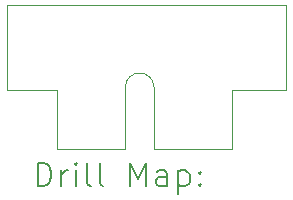
<source format=gbr>
%TF.GenerationSoftware,KiCad,Pcbnew,8.0.2-1*%
%TF.CreationDate,2024-06-17T16:09:02-04:00*%
%TF.ProjectId,Dummy Board,44756d6d-7920-4426-9f61-72642e6b6963,rev?*%
%TF.SameCoordinates,Original*%
%TF.FileFunction,Drillmap*%
%TF.FilePolarity,Positive*%
%FSLAX45Y45*%
G04 Gerber Fmt 4.5, Leading zero omitted, Abs format (unit mm)*
G04 Created by KiCad (PCBNEW 8.0.2-1) date 2024-06-17 16:09:02*
%MOMM*%
%LPD*%
G01*
G04 APERTURE LIST*
%ADD10C,0.050000*%
%ADD11C,0.120000*%
%ADD12C,0.200000*%
G04 APERTURE END LIST*
D10*
X15000000Y-8000000D02*
X14940000Y-8000000D01*
X15000000Y-8720000D02*
X15000000Y-8000000D01*
X14542500Y-8720000D02*
X15000000Y-8720000D01*
X12640000Y-8000000D02*
X14940000Y-8000000D01*
X12640000Y-8720000D02*
X12640000Y-8000000D01*
X13057500Y-8720000D02*
X12640000Y-8720000D01*
D11*
X13057500Y-8720000D02*
X13057500Y-9220000D01*
X13057500Y-9220000D02*
X13640500Y-9220000D01*
X13640500Y-9220000D02*
X13640500Y-8700000D01*
X13880500Y-8700000D02*
X13880500Y-9220000D01*
X13880500Y-9220000D02*
X14542500Y-9220000D01*
X14542500Y-9220000D02*
X14542500Y-8720000D01*
X13640500Y-8700000D02*
G75*
G02*
X13880500Y-8700000I120000J0D01*
G01*
D12*
X12898277Y-9537484D02*
X12898277Y-9337484D01*
X12898277Y-9337484D02*
X12945896Y-9337484D01*
X12945896Y-9337484D02*
X12974467Y-9347008D01*
X12974467Y-9347008D02*
X12993515Y-9366055D01*
X12993515Y-9366055D02*
X13003039Y-9385103D01*
X13003039Y-9385103D02*
X13012562Y-9423198D01*
X13012562Y-9423198D02*
X13012562Y-9451770D01*
X13012562Y-9451770D02*
X13003039Y-9489865D01*
X13003039Y-9489865D02*
X12993515Y-9508912D01*
X12993515Y-9508912D02*
X12974467Y-9527960D01*
X12974467Y-9527960D02*
X12945896Y-9537484D01*
X12945896Y-9537484D02*
X12898277Y-9537484D01*
X13098277Y-9537484D02*
X13098277Y-9404150D01*
X13098277Y-9442246D02*
X13107801Y-9423198D01*
X13107801Y-9423198D02*
X13117324Y-9413674D01*
X13117324Y-9413674D02*
X13136372Y-9404150D01*
X13136372Y-9404150D02*
X13155420Y-9404150D01*
X13222086Y-9537484D02*
X13222086Y-9404150D01*
X13222086Y-9337484D02*
X13212562Y-9347008D01*
X13212562Y-9347008D02*
X13222086Y-9356531D01*
X13222086Y-9356531D02*
X13231610Y-9347008D01*
X13231610Y-9347008D02*
X13222086Y-9337484D01*
X13222086Y-9337484D02*
X13222086Y-9356531D01*
X13345896Y-9537484D02*
X13326848Y-9527960D01*
X13326848Y-9527960D02*
X13317324Y-9508912D01*
X13317324Y-9508912D02*
X13317324Y-9337484D01*
X13450658Y-9537484D02*
X13431610Y-9527960D01*
X13431610Y-9527960D02*
X13422086Y-9508912D01*
X13422086Y-9508912D02*
X13422086Y-9337484D01*
X13679229Y-9537484D02*
X13679229Y-9337484D01*
X13679229Y-9337484D02*
X13745896Y-9480341D01*
X13745896Y-9480341D02*
X13812562Y-9337484D01*
X13812562Y-9337484D02*
X13812562Y-9537484D01*
X13993515Y-9537484D02*
X13993515Y-9432722D01*
X13993515Y-9432722D02*
X13983991Y-9413674D01*
X13983991Y-9413674D02*
X13964943Y-9404150D01*
X13964943Y-9404150D02*
X13926848Y-9404150D01*
X13926848Y-9404150D02*
X13907801Y-9413674D01*
X13993515Y-9527960D02*
X13974467Y-9537484D01*
X13974467Y-9537484D02*
X13926848Y-9537484D01*
X13926848Y-9537484D02*
X13907801Y-9527960D01*
X13907801Y-9527960D02*
X13898277Y-9508912D01*
X13898277Y-9508912D02*
X13898277Y-9489865D01*
X13898277Y-9489865D02*
X13907801Y-9470817D01*
X13907801Y-9470817D02*
X13926848Y-9461293D01*
X13926848Y-9461293D02*
X13974467Y-9461293D01*
X13974467Y-9461293D02*
X13993515Y-9451770D01*
X14088753Y-9404150D02*
X14088753Y-9604150D01*
X14088753Y-9413674D02*
X14107801Y-9404150D01*
X14107801Y-9404150D02*
X14145896Y-9404150D01*
X14145896Y-9404150D02*
X14164943Y-9413674D01*
X14164943Y-9413674D02*
X14174467Y-9423198D01*
X14174467Y-9423198D02*
X14183991Y-9442246D01*
X14183991Y-9442246D02*
X14183991Y-9499389D01*
X14183991Y-9499389D02*
X14174467Y-9518436D01*
X14174467Y-9518436D02*
X14164943Y-9527960D01*
X14164943Y-9527960D02*
X14145896Y-9537484D01*
X14145896Y-9537484D02*
X14107801Y-9537484D01*
X14107801Y-9537484D02*
X14088753Y-9527960D01*
X14269705Y-9518436D02*
X14279229Y-9527960D01*
X14279229Y-9527960D02*
X14269705Y-9537484D01*
X14269705Y-9537484D02*
X14260182Y-9527960D01*
X14260182Y-9527960D02*
X14269705Y-9518436D01*
X14269705Y-9518436D02*
X14269705Y-9537484D01*
X14269705Y-9413674D02*
X14279229Y-9423198D01*
X14279229Y-9423198D02*
X14269705Y-9432722D01*
X14269705Y-9432722D02*
X14260182Y-9423198D01*
X14260182Y-9423198D02*
X14269705Y-9413674D01*
X14269705Y-9413674D02*
X14269705Y-9432722D01*
M02*

</source>
